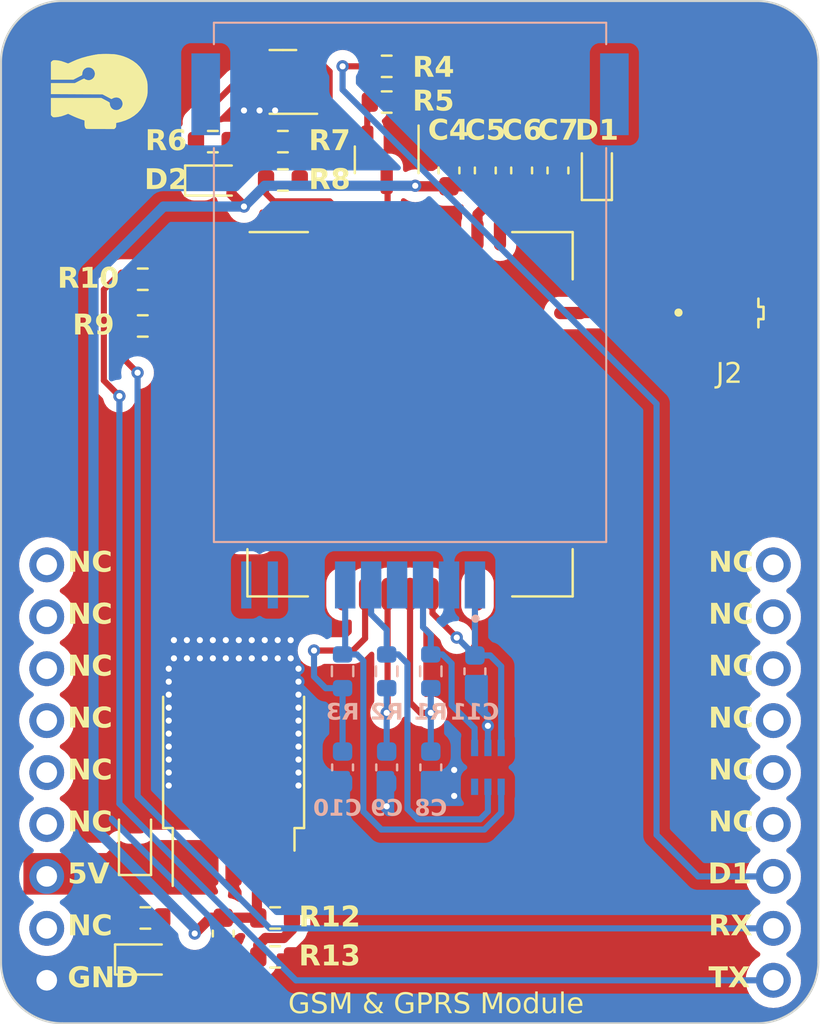
<source format=kicad_pcb>
(kicad_pcb (version 20240108) (generator "pcbnew") (generator_version "8.0")
  (layers (0 "F.Cu" signal) (31 "B.Cu" signal) (34 "B.Paste" user) (35 "F.Paste" user) (36 "B.SilkS" user "B.Silkscreen") (37 "F.SilkS" user "F.Silkscreen") (38 "B.Mask" user) (39 "F.Mask" user) (44 "Edge.Cuts" user))
  (net 0 "")
  (net 1 "+5V")
  (net 2 "GND")
  (net 3 "SIM_RST")
  (net 4 "SIM_CLK")
  (net 5 "SIM_DATA")
  (net 6 "SIM_VCC")
  (net 7 "Net-(D2-K)")
  (net 8 "/CLK_EN")
  (net 9 "/RST_EN")
  (net 10 "/DATA_EN")
  (net 12 "Net-(D4-A)")
  (net 18 "Net-(Q1-B)")
  (net 19 "Net-(Q1-C)")
  (net 20 "Net-(Q2-B)")
  (net 21 "Net-(Q2-C)")
  (net 22 "D1")
  (net 23 "Net-(U1-NETLIGHT)")
  (net 24 "Net-(U1-UART1_RXD)")
  (net 25 "RX")
  (net 26 "Net-(U1-UART1_TXD)")
  (net 27 "TX")
  (net 28 "Net-(U3-ADJ)")
  (net 63 "+4V")
  (net 64 "Net-(U1-GSM_ANT)")
  (footprint "Resistor_SMD:R_0603_1608Metric" (layer "F.Cu") (at 84.328 66.294 180)
    (property "Reference" "R9" (at 2.413 0 0) (layer "F.SilkS") (effects (font (thickness 0.15) (bold yes))))
    (property "Value" "1k")
    (pad "1" smd roundrect (at -0.825 0 180) (size 0.8 0.95) (layers "F.Cu" "F.Paste" "F.Mask") (net 24 "Net-(U1-UART1_RXD)"))
    (pad "2" smd roundrect (at 0.825 0 180) (size 0.8 0.95) (layers "F.Cu" "F.Paste" "F.Mask") (net 25 "RX"))
  )
  (footprint "Diode_SMD:D_0603_1608Metric" (layer "F.Cu") (at 106.553 58.6485 90)
    (property "Reference" "D1" (at 1.8795 0 180) (layer "F.SilkS") (effects (font (thickness 0.15) (bold yes))))
    (property "Value" "5.1V")
    (pad "1" smd roundrect (at -0.7875 0 90) (size 0.875 0.95) (layers "F.Cu" "F.Paste" "F.Mask") (net 63 "+4V"))
    (pad "2" smd roundrect (at 0.7875 0 90) (size 0.875 0.95) (layers "F.Cu" "F.Paste" "F.Mask") (net 2 "GND"))
  )
  (footprint "Resistor_SMD:R_0603_1608Metric" (layer "F.Cu") (at 90.806 97.155)
    (property "Reference" "R13" (at 2.667 0 0) (layer "F.SilkS") (effects (font (thickness 0.15) (bold yes))))
    (property "Value" "100r")
    (pad "1" smd roundrect (at -0.825 0) (size 0.8 0.95) (layers "F.Cu" "F.Paste" "F.Mask") (net 28 "Net-(U3-ADJ)"))
    (pad "2" smd roundrect (at 0.825 0) (size 0.8 0.95) (layers "F.Cu" "F.Paste" "F.Mask") (net 2 "GND"))
  )
  (footprint "Resistor_SMD:R_0603_1608Metric" (layer "F.Cu") (at 96.266 53.594)
    (property "Reference" "R4" (at 2.286 0.097 0) (layer "F.SilkS") (effects (font (thickness 0.15) (bold yes))))
    (property "Value" "4.7k")
    (pad "1" smd roundrect (at -0.825 0) (size 0.8 0.95) (layers "F.Cu" "F.Paste" "F.Mask") (net 22 "D1"))
    (pad "2" smd roundrect (at 0.825 0) (size 0.8 0.95) (layers "F.Cu" "F.Paste" "F.Mask") (net 18 "Net-(Q1-B)"))
  )
  (footprint "LED_SMD:LED_0603_1608Metric" (layer "F.Cu") (at 84.456 97.282)
    (property "Reference" "D4" (hide yes))
    (property "Value" "LED")
    (pad "1" smd roundrect (at -0.7875 0) (size 0.875 0.95) (layers "F.Cu" "F.Paste" "F.Mask") (net 2 "GND"))
    (pad "2" smd roundrect (at 0.7875 0) (size 0.875 0.95) (layers "F.Cu" "F.Paste" "F.Mask") (net 12 "Net-(D4-A)"))
  )
  (footprint "Resistor_SMD:R_0603_1608Metric" (layer "F.Cu") (at 90.806 95.25)
    (property "Reference" "R12" (at 2.667 0 0) (layer "F.SilkS") (effects (font (thickness 0.15) (bold yes))))
    (property "Value" "220r")
    (pad "1" smd roundrect (at -0.825 0) (size 0.8 0.95) (layers "F.Cu" "F.Paste" "F.Mask") (net 63 "+4V"))
    (pad "2" smd roundrect (at 0.825 0) (size 0.8 0.95) (layers "F.Cu" "F.Paste" "F.Mask") (net 28 "Net-(U3-ADJ)"))
  )
  (footprint "Resistor_SMD:R_0603_1608Metric" (layer "F.Cu") (at 91.186 59.152)
    (property "Reference" "R8" (at 2.286 0.03 0) (layer "F.SilkS") (effects (font (thickness 0.15) (bold yes))))
    (property "Value" "4.7k")
    (pad "1" smd roundrect (at -0.825 0) (size 0.8 0.95) (layers "F.Cu" "F.Paste" "F.Mask") (net 23 "Net-(U1-NETLIGHT)"))
    (pad "2" smd roundrect (at 0.825 0) (size 0.8 0.95) (layers "F.Cu" "F.Paste" "F.Mask") (net 20 "Net-(Q2-B)"))
  )
  (footprint "Package_TO_SOT_SMD:SOT-23" (layer "F.Cu") (at 96.266 58.166 -90)
    (property "Reference" "Q1" (hide yes))
    (property "Value" "S8050")
    (pad "1" smd roundrect (at -0.9375 -0.95 270) (size 1.475 0.6) (layers "F.Cu" "F.Paste" "F.Mask") (net 2 "GND"))
    (pad "2" smd roundrect (at -0.9375 0.95 270) (size 1.475 0.6) (layers "F.Cu" "F.Paste" "F.Mask") (net 18 "Net-(Q1-B)"))
    (pad "3" smd roundrect (at 0.9375 0 270) (size 1.475 0.6) (layers "F.Cu" "F.Paste" "F.Mask") (net 19 "Net-(Q1-C)"))
  )
  (footprint "Capacitor_SMD:C_0603_1608Metric" (layer "F.Cu") (at 102.87 58.687 90)
    (property "Reference" "C6" (at 1.918 0.03 180) (layer "F.SilkS") (effects (font (thickness 0.15) (bold yes))))
    (property "Value" "33pF")
    (pad "1" smd roundrect (at -0.775 0 90) (size 0.9 0.95) (layers "F.Cu" "F.Paste" "F.Mask") (net 63 "+4V"))
    (pad "2" smd roundrect (at 0.775 0 90) (size 0.9 0.95) (layers "F.Cu" "F.Paste" "F.Mask") (net 2 "GND"))
  )
  (footprint "RF_GSM:SIMCom_SIM800C" (layer "F.Cu") (at 97.409 70.612)
    (property "Reference" "U1" (hide yes))
    (property "Value" "SIM800C")
    (pad "1" smd oval (at -7.85 -6.05) (size 1.6 0.6) (layers "F.Cu" "F.Mask") (net 26 "Net-(U1-UART1_TXD)"))
    (pad "2" smd oval (at -7.85 -4.95) (size 1.6 0.6) (layers "F.Cu" "F.Mask") (net 24 "Net-(U1-UART1_RXD)"))
    (pad "3" smd oval (at -7.85 -3.85) (size 1.6 0.6) (layers "F.Cu" "F.Mask"))
    (pad "4" smd oval (at -7.85 -2.75) (size 1.6 0.6) (layers "F.Cu" "F.Mask"))
    (pad "5" smd oval (at -7.85 -1.65) (size 1.6 0.6) (layers "F.Cu" "F.Mask"))
    (pad "6" smd oval (at -7.85 -0.55) (size 1.6 0.6) (layers "F.Cu" "F.Mask"))
    (pad "7" smd oval (at -7.85 0.55) (size 1.6 0.6) (layers "F.Cu" "F.Mask"))
    (pad "8" smd oval (at -7.85 1.65) (size 1.6 0.6) (layers "F.Cu" "F.Mask") (net 2 "GND"))
    (pad "9" smd oval (at -7.85 2.75) (size 1.6 0.6) (layers "F.Cu" "F.Mask"))
    (pad "10" smd oval (at -7.85 3.85) (size 1.6 0.6) (layers "F.Cu" "F.Mask"))
    (pad "11" smd oval (at -7.85 4.95) (size 1.6 0.6) (layers "F.Cu" "F.Mask"))
    (pad "12" smd oval (at -7.85 6.05) (size 1.6 0.6) (layers "F.Cu" "F.Mask"))
    (pad "13" smd oval (at -4.4 8.8) (size 0.6 1.6) (layers "F.Cu" "F.Mask") (net 2 "GND"))
    (pad "14" smd oval (at -3.3 8.8) (size 0.6 1.6) (layers "F.Cu" "F.Mask"))
    (pad "15" smd oval (at -2.2 8.8) (size 0.6 1.6) (layers "F.Cu" "F.Mask") (net 5 "SIM_DATA"))
    (pad "16" smd oval (at -1.1 8.8) (size 0.6 1.6) (layers "F.Cu" "F.Mask") (net 4 "SIM_CLK"))
    (pad "17" smd oval (at 0 8.8) (size 0.6 1.6) (layers "F.Cu" "F.Mask") (net 3 "SIM_RST"))
    (pad "18" smd oval (at 1.1 8.8) (size 0.6 1.6) (layers "F.Cu" "F.Mask") (net 6 "SIM_VCC"))
    (pad "19" smd oval (at 2.2 8.8) (size 0.6 1.6) (layers "F.Cu" "F.Mask") (net 2 "GND"))
    (pad "20" smd oval (at 3.3 8.8) (size 0.6 1.6) (layers "F.Cu" "F.Mask"))
    (pad "21" smd oval (at 4.4 8.8) (size 0.6 1.6) (layers "F.Cu" "F.Mask") (net 2 "GND"))
    (pad "22" smd oval (at 7.85 6.05) (size 1.6 0.6) (layers "F.Cu" "F.Mask"))
    (pad "23" smd oval (at 7.85 4.95) (size 1.6 0.6) (layers "F.Cu" "F.Mask"))
    (pad "24" smd oval (at 7.85 3.85) (size 1.6 0.6) (layers "F.Cu" "F.Mask"))
    (pad "25" smd oval (at 7.85 2.75) (size 1.6 0.6) (layers "F.Cu" "F.Mask"))
    (pad "26" smd oval (at 7.85 1.65) (size 1.6 0.6) (layers "F.Cu" "F.Mask"))
    (pad "27" smd oval (at 7.85 0.55) (size 1.6 0.6) (layers "F.Cu" "F.Mask") (net 2 "GND"))
    (pad "28" smd oval (at 7.85 -0.55) (size 1.6 0.6) (layers "F.Cu" "F.Mask"))
    (pad "29" smd oval (at 7.85 -1.65) (size 1.6 0.6) (layers "F.Cu" "F.Mask"))
    (pad "30" smd oval (at 7.85 -2.75) (size 1.6 0.6) (layers "F.Cu" "F.Mask") (net 2 "GND"))
    (pad "31" smd oval (at 7.85 -3.85) (size 1.6 0.6) (layers "F.Cu" "F.Mask") (net 2 "GND"))
    (pad "32" smd oval (at 7.85 -4.95) (size 1.6 0.6) (layers "F.Cu" "F.Mask") (net 64 "Net-(U1-GSM_ANT)"))
    (pad "33" smd oval (at 7.85 -6.05) (size 1.6 0.6) (layers "F.Cu" "F.Mask") (net 2 "GND"))
    (pad "34" smd oval (at 4.4 -8.8) (size 0.6 1.6) (layers "F.Cu" "F.Mask") (net 63 "+4V"))
    (pad "35" smd oval (at 3.3 -8.8) (size 0.6 1.6) (layers "F.Cu" "F.Mask") (net 63 "+4V"))
    (pad "36" smd oval (at 2.2 -8.8) (size 0.6 1.6) (layers "F.Cu" "F.Mask") (net 2 "GND"))
    (pad "37" smd oval (at 1.1 -8.8) (size 0.6 1.6) (layers "F.Cu" "F.Mask") (net 2 "GND"))
    (pad "38" smd oval (at 0 -8.8) (size 0.6 1.6) (layers "F.Cu" "F.Mask"))
    (pad "39" smd oval (at -1.1 -8.8) (size 0.6 1.6) (layers "F.Cu" "F.Mask") (net 19 "Net-(Q1-C)"))
    (pad "40" smd oval (at -2.2 -8.8) (size 0.6 1.6) (layers "F.Cu" "F.Mask"))
    (pad "41" smd oval (at -3.3 -8.8) (size 0.6 1.6) (layers "F.Cu" "F.Mask") (net 23 "Net-(U1-NETLIGHT)"))
    (pad "42" smd oval (at -4.4 -8.8) (size 0.6 1.6) (layers "F.Cu" "F.Mask"))
  )
  (footprint "Capacitor_SMD:C_0603_1608Metric" (layer "F.Cu") (at 104.648 58.687 90)
    (property "Reference" "C7" (at 1.918 0.0092 180) (layer "F.SilkS") (effects (font (thickness 0.15) (bold yes))))
    (property "Value" "10pF")
    (pad "1" smd roundrect (at -0.775 0 90) (size 0.9 0.95) (layers "F.Cu" "F.Paste" "F.Mask") (net 63 "+4V"))
    (pad "2" smd roundrect (at 0.775 0 90) (size 0.9 0.95) (layers "F.Cu" "F.Paste" "F.Mask") (net 2 "GND"))
  )
  (footprint "Resistor_SMD:R_0603_1608Metric" (layer "F.Cu") (at 91.186 57.277)
    (property "Reference" "R7" (at 2.286 0 0) (layer "F.SilkS") (effects (font (thickness 0.15) (bold yes))))
    (property "Value" "44.2k")
    (pad "1" smd roundrect (at -0.825 0) (size 0.8 0.95) (layers "F.Cu" "F.Paste" "F.Mask") (net 2 "GND"))
    (pad "2" smd roundrect (at 0.825 0) (size 0.8 0.95) (layers "F.Cu" "F.Paste" "F.Mask") (net 20 "Net-(Q2-B)"))
  )
  (footprint "Package_TO_SOT_SMD:SOT-23" (layer "F.Cu") (at 91.186 54.356 180)
    (property "Reference" "Q2" (hide yes))
    (property "Value" "S8050")
    (pad "1" smd roundrect (at -0.9375 -0.95 180) (size 1.475 0.6) (layers "F.Cu" "F.Paste" "F.Mask") (net 2 "GND"))
    (pad "2" smd roundrect (at -0.9375 0.95 180) (size 1.475 0.6) (layers "F.Cu" "F.Paste" "F.Mask") (net 20 "Net-(Q2-B)"))
    (pad "3" smd roundrect (at 0.9375 0 180) (size 1.475 0.6) (layers "F.Cu" "F.Paste" "F.Mask") (net 21 "Net-(Q2-C)"))
  )
  (footprint "Resistor_SMD:R_0603_1608Metric" (layer "F.Cu") (at 84.456 95.25)
    (property "Reference" "R11" (hide yes))
    (property "Value" "R")
    (pad "1" smd roundrect (at -0.825 0) (size 0.8 0.95) (layers "F.Cu" "F.Paste" "F.Mask") (net 1 "+5V"))
    (pad "2" smd roundrect (at 0.825 0) (size 0.8 0.95) (layers "F.Cu" "F.Paste" "F.Mask") (net 12 "Net-(D4-A)"))
  )
  (footprint "Capacitor_Tantalum_SMD:CP_EIA-2012-12_Kemet-R" (layer "F.Cu") (at 83.948 91.44 90)
    (property "Reference" "C1" (hide yes))
    (property "Value" "10uF")
    (pad "1" smd roundrect (at -0.8875 0 90) (size 1.125 1.05) (layers "F.Cu" "F.Paste" "F.Mask") (roundrect_rratio 0.238095) (net 1 "+5V"))
    (pad "2" smd roundrect (at 0.8875 0 90) (size 1.125 1.05) (layers "F.Cu" "F.Paste" "F.Mask") (roundrect_rratio 0.238095) (net 2 "GND"))
  )
  (footprint "L-KLS1-IPEX-20279-001E-0:L-KLS1-IPEX-20279-001E-0" (layer "F.Cu") (at 113.158 65.659 180)
    (property "Reference" "J2" (at 0.12855 -3.00313 0) (layer "F.SilkS"))
    (property "Value" "20279-001E-01")
    (pad "1" smd rect (at 1.525 0 180) (size 1.05 1) (layers "F.Cu" "F.Paste" "F.Mask") (net 64 "Net-(U1-GSM_ANT)"))
    (pad "2" smd rect (at 0 -1.475 180) (size 2.2 1.05) (layers "F.Cu" "F.Paste" "F.Mask") (net 2 "GND"))
    (pad "3" smd rect (at 0 1.475 180) (size 2.2 1.05) (layers "F.Cu" "F.Paste" "F.Mask") (net 2 "GND"))
    (zone (net 0) (net_name "") (layer "F.Cu") (connect_pads (clearance 0)) (min_thickness 0.01)
      (keepout (tracks not_allowed) (vias not_allowed) (pads not_allowed) (copperpour not_allowed) (footprints allowed))
      (fill (thermal_gap 0.508) (thermal_bridge_width 0.508))
      (polygon (pts (xy 114.258 66.609) (xy 112.158 66.609) (xy 112.158 64.709) (xy 114.258 64.709)))
    )
  )
  (footprint "Resistor_SMD:R_0603_1608Metric" (layer "F.Cu") (at 96.266 55.342)
    (property "Reference" "R5" (at 2.286 0 0) (layer "F.SilkS") (effects (font (thickness 0.15) (bold yes))))
    (property "Value" "44.2k")
    (pad "1" smd roundrect (at -0.825 0) (size 0.8 0.95) (layers "F.Cu" "F.Paste" "F.Mask") (net 18 "Net-(Q1-B)"))
    (pad "2" smd roundrect (at 0.825 0) (size 0.8 0.95) (layers "F.Cu" "F.Paste" "F.Mask") (net 2 "GND"))
  )
  (footprint "Capacitor_SMD:C_0603_1608Metric" (layer "F.Cu") (at 101.092 58.687 90)
    (property "Reference" "C5" (at 1.918 0 180) (layer "F.SilkS") (effects (font (thickness 0.15) (bold yes))))
    (property "Value" "100nF")
    (pad "1" smd roundrect (at -0.775 0 90) (size 0.9 0.95) (layers "F.Cu" "F.Paste" "F.Mask") (net 63 "+4V"))
    (pad "2" smd roundrect (at 0.775 0 90) (size 0.9 0.95) (layers "F.Cu" "F.Paste" "F.Mask") (net 2 "GND"))
  )
  (footprint "air_module:air__module" (layer "F.Cu") (at 98.589246 94.458478)
    (property "Reference" "U2" (hide yes))
    (property "Value" "~")
    (fp_line (start -21.19868 2.94132) (end -21.19868 -41.05868) (stroke (width 0.1)) (layer "Edge.Cuts"))
    (fp_line (start -18.19868 -44.05868) (end 15.80132 -44.05868) (stroke (width 0.1)) (layer "Edge.Cuts"))
    (fp_line (start 15.80132 5.94132) (end -18.19868 5.94132) (stroke (width 0.1)) (layer "Edge.Cuts"))
    (fp_line (start 18.80132 -41.05868) (end 18.80132 2.94132) (stroke (width 0.1)) (layer "Edge.Cuts"))
    (fp_arc (start -21.19868 -41.05868) (mid -20.32 -43.18) (end -18.19868 -44.05868) (stroke (width 0.1)) (layer "Edge.Cuts"))
    (fp_arc (start -18.19868 5.94132) (mid -20.32 5.06264) (end -21.19868 2.94132) (stroke (width 0.1)) (layer "Edge.Cuts"))
    (fp_arc (start 15.80132 -44.05868) (mid 17.922626 -43.179986) (end 18.80132 -41.05868) (stroke (width 0.1)) (layer "Edge.Cuts"))
    (fp_arc (start 18.80132 2.94132) (mid 17.92264 5.06264) (end 15.80132 5.94132) (stroke (width 0.1)) (layer "Edge.Cuts"))
    (fp_text user "5V" (at -17.944246 -0.732478 0) (layer "F.SilkS") (effects (font (thickness 0.2) (bold yes)) (justify left bottom)))
    (fp_text user "NC" (at -17.944246 -5.812478 0) (layer "F.SilkS") (effects (font (thickness 0.2) (bold yes)) (justify left bottom)))
    (fp_text user "NC" (at 13.424754 -10.892478 0) (layer "F.SilkS") (effects (font (thickness 0.2) (bold yes)) (justify left bottom)))
    (fp_text user "NC" (at -17.944246 -8.352478 0) (layer "F.SilkS") (effects (font (thickness 0.2) (bold yes)) (justify left bottom)))
    (fp_text user "NC" (at -17.944246 1.807522 0) (layer "F.SilkS") (effects (font (thickness 0.2) (bold yes)) (justify left bottom)))
    (fp_text user "NC" (at 13.424754 -13.432478 0) (layer "F.SilkS") (effects (font (thickness 0.2) (bold yes)) (justify left bottom)))
    (fp_text user "NC" (at -17.944246 -13.432478 0) (layer "F.SilkS") (effects (font (thickness 0.2) (bold yes)) (justify left bottom)))
    (fp_text user "D1" (at 13.39612 -0.732478 0) (layer "F.SilkS") (effects (font (thickness 0.2) (bold yes)) (justify left bottom)))
    (fp_text user "GSM & GPRS Module" (at -7.149246 5.617522 0) (layer "F.SilkS") (effects (font (thickness 0.1)) (justify left bottom)))
    (fp_text user "RX" (at 13.424754 1.807522 0) (layer "F.SilkS") (effects (font (thickness 0.2) (bold yes)) (justify left bottom)))
    (fp_text user "NC" (at -17.944246 -8.352478 0) (layer "F.SilkS") (effects (font (thickness 0.2) (bold yes)) (justify left bottom)))
    (fp_text user "NC" (at -17.944246 -13.432478 0) (layer "F.SilkS") (effects (font (thickness 0.2) (bold yes)) (justify left bottom)))
    (fp_text user "NC" (at 13.424754 -15.972478 0) (layer "F.SilkS") (effects (font (thickness 0.2) (bold yes)) (justify left bottom)))
    (fp_text user "NC" (at 13.424754 -5.812478 0) (layer "F.SilkS") (effects (font (thickness 0.2) (bold yes)) (justify left bottom)))
    (fp_text user "TX" (at 13.424754 4.347522 0) (layer "F.SilkS") (effects (font (thickness 0.2) (bold yes)) (justify left bottom)))
    (fp_text user "NC" (at -17.944246 -10.892478 0) (layer "F.SilkS") (effects (font (thickness 0.2) (bold yes)) (justify left bottom)))
    (fp_text user "NC" (at 13.424754 -8.352478 0) (layer "F.SilkS") (effects (font (thickness 0.2) (bold yes)) (justify left bottom)))
    (fp_text user "GND" (at -17.944246 4.347522 0) (layer "F.SilkS") (effects (font (thickness 0.2) (bold yes)) (justify left bottom)))
    (fp_text user "NC" (at 13.424754 -3.272478 0) (layer "F.SilkS") (effects (font (thickness 0.2) (bold yes)) (justify left bottom)))
    (fp_text user "NC" (at -17.944246 -3.272478 0) (layer "F.SilkS") (effects (font (thickness 0.2) (bold yes)) (justify left bottom)))
    (fp_text user "NC" (at -17.944246 -10.892478 0) (layer "F.SilkS") (effects (font (thickness 0.2) (bold yes)) (justify left bottom)))
    (fp_text user "NC" (at -17.944246 -15.972478 0) (layer "F.SilkS") (effects (font (thickness 0.2) (bold yes)) (justify left bottom)))
    (pad "1" thru_hole oval (at -18.960246 -16.480478) (size 1.7 1.7) (drill 1) (layers "*.Cu" "*.Mask"))
    (pad "1" thru_hole oval (at -18.960246 -16.480478) (size 1.7 1.7) (drill 1) (layers "*.Cu" "*.Mask"))
    (pad "2" thru_hole oval (at -18.960246 -13.940478) (size 1.7 1.7) (drill 1) (layers "*.Cu" "*.Mask"))
    (pad "2" thru_hole oval (at -18.960246 -13.940478) (size 1.7 1.7) (drill 1) (layers "*.Cu" "*.Mask"))
    (pad "3" thru_hole oval (at -18.960246 -11.400478) (size 1.7 1.7) (drill 1) (layers "*.Cu" "*.Mask"))
    (pad "3" thru_hole oval (at -18.960246 -11.400478) (size 1.7 1.7) (drill 1) (layers "*.Cu" "*.Mask"))
    (pad "4" thru_hole oval (at -18.960246 -8.860478) (size 1.7 1.7) (drill 1) (layers "*.Cu" "*.Mask"))
    (pad "4" thru_hole oval (at -18.960246 -8.860478) (size 1.7 1.7) (drill 1) (layers "*.Cu" "*.Mask"))
    (pad "5" thru_hole oval (at -18.960246 -6.320478) (size 1.7 1.7) (drill 1) (layers "*.Cu" "*.Mask"))
    (pad "5" thru_hole oval (at -18.960246 -6.320478) (size 1.7 1.7) (drill 1) (layers "*.Cu" "*.Mask"))
    (pad "6" thru_hole oval (at -18.960246 -3.780478) (size 1.7 1.7) (drill 1) (layers "*.Cu" "*.Mask"))
    (pad "6" thru_hole oval (at -18.960246 -3.780478) (size 1.7 1.7) (drill 1) (layers "*.Cu" "*.Mask"))
    (pad "7" thru_hole oval (at -18.960246 -1.240478) (size 1.7 1.7) (drill 1) (layers "*.Cu" "*.Mask") (net 1 "+5V"))
    (pad "7" thru_hole oval (at -18.960246 -1.240478) (size 1.7 1.7) (drill 1) (layers "*.Cu" "*.Mask") (net 1 "+5V"))
    (pad "8" thru_hole oval (at -18.960246 1.299522) (size 1.7 1.7) (drill 1) (layers "*.Cu" "*.Mask"))
    (pad "8" thru_hole oval (at -18.960246 1.299522) (size 1.7 1.7) (drill 1) (layers "*.Cu" "*.Mask"))
    (pad "9" thru_hole oval (at -18.960246 3.839522) (size 1.7 1.7) (drill 1) (layers "*.Cu" "*.Mask") (net 2 "GND"))
    (pad "9" thru_hole oval (at -18.960246 3.839522) (size 1.7 1.7) (drill 1) (layers "*.Cu" "*.Mask") (net 2 "GND"))
    (pad "10" thru_hole oval (at 16.599754 3.839522) (size 1.7 1.7) (drill 1) (layers "*.Cu" "*.Mask") (net 27 "TX"))
    (pad "10" thru_hole oval (at 16.599754 3.839522) (size 1.7 1.7) (drill 1) (layers "*.Cu" "*.Mask") (net 27 "TX"))
    (pad "11" thru_hole oval (at 16.599754 1.299522) (size 1.7 1.7) (drill 1) (layers "*.Cu" "*.Mask") (net 25 "RX"))
    (pad "11" thru_hole oval (at 16.599754 1.299522) (size 1.7 1.7) (drill 1) (layers "*.Cu" "*.Mask") (net 25 "RX"))
    (pad "12" thru_hole oval (at 16.599754 -1.240478) (size 1.7 1.7) (drill 1) (layers "*.Cu" "*.Mask") (net 22 "D1"))
    (pad "12" thru_hole oval (at 16.599754 -1.240478) (size 1.7 1.7) (drill 1) (layers "*.Cu" "*.Mask") (net 22 "D1"))
    (pad "13" thru_hole oval (at 16.599754 -3.780478) (size 1.7 1.7) (drill 1) (layers "*.Cu" "*.Mask"))
    (pad "13" thru_hole oval (at 16.599754 -3.780478) (size 1.7 1.7) (drill 1) (layers "*.Cu" "*.Mask"))
    (pad "14" thru_hole oval (at 16.599754 -6.320478) (size 1.7 1.7) (drill 1) (layers "*.Cu" "*.Mask"))
    (pad "14" thru_hole oval (at 16.599754 -6.320478) (size 1.7 1.7) (drill 1) (layers "*.Cu" "*.Mask"))
    (pad "15" thru_hole oval (at 16.599754 -8.860478) (size 1.7 1.7) (drill 1) (layers "*.Cu" "*.Mask"))
    (pad "15" thru_hole oval (at 16.599754 -8.860478) (size 1.7 1.7) (drill 1) (layers "*.Cu" "*.Mask"))
    (pad "16" thru_hole oval (at 16.599754 -11.400478) (size 1.7 1.7) (drill 1) (layers "*.Cu" "*.Mask"))
    (pad "16" thru_hole oval (at 16.599754 -11.400478) (size 1.7 1.7) (drill 1) (layers "*.Cu" "*.Mask"))
    (pad "17" thru_hole oval (at 16.599754 -13.940478) (size 1.7 1.7) (drill 1) (layers "*.Cu" "*.Mask"))
    (pad "17" thru_hole oval (at 16.599754 -13.940478) (size 1.7 1.7) (drill 1) (layers "*.Cu" "*.Mask"))
    (pad "18" thru_hole oval (at 16.599754 -16.480478) (size 1.7 1.7) (drill 1) (layers "*.Cu" "*.Mask"))
    (pad "18" thru_hole oval (at 16.599754 -16.480478) (size 1.7 1.7) (drill 1) (layers "*.Cu" "*.Mask"))
  )
  (footprint "Capacitor_SMD:C_0603_1608Metric" (layer "F.Cu") (at 99.314 58.687 90)
    (property "Reference" "C4" (at 1.918 -0.03 180) (layer "F.SilkS") (effects (font (thickness 0.15) (bold yes))))
    (property "Value" "47uF")
    (pad "1" smd roundrect (at -0.775 0 90) (size 0.9 0.95) (layers "F.Cu" "F.Paste" "F.Mask") (net 63 "+4V"))
    (pad "2" smd roundrect (at 0.775 0 90) (size 0.9 0.95) (layers "F.Cu" "F.Paste" "F.Mask") (net 2 "GND"))
  )
  (footprint "Resistor_SMD:R_0603_1608Metric" (layer "F.Cu") (at 87.757 57.277)
    (property "Reference" "R6" (at -2.286 0 0) (layer "F.SilkS") (effects (font (thickness 0.15) (bold yes))))
    (property "Value" "2k")
    (pad "1" smd roundrect (at -0.825 0) (size 0.8 0.95) (layers "F.Cu" "F.Paste" "F.Mask") (net 21 "Net-(Q2-C)"))
    (pad "2" smd roundrect (at 0.825 0) (size 0.8 0.95) (layers "F.Cu" "F.Paste" "F.Mask") (net 7 "Net-(D2-K)"))
  )
  (footprint "Package_TO_SOT_SMD:TO-252-5_TabPin3" (layer "F.Cu") (at 88.774 87.543 90)
    (property "Reference" "U3" (hide yes))
    (property "Value" "MIC29302AWD")
    (pad "1" smd roundrect (at -5.04 -2.28 90) (size 2.2 0.8) (layers "F.Cu" "F.Paste" "F.Mask") (net 1 "+5V"))
    (pad "2" smd roundrect (at -5.04 -1.14 90) (size 2.2 0.8) (layers "F.Cu" "F.Paste" "F.Mask") (net 1 "+5V"))
    (pad "3" smd roundrect (at -5.04 0 90) (size 2.2 0.8) (layers "F.Cu" "F.Paste" "F.Mask") (net 2 "GND"))
    (pad "3" smd roundrect (at -0.415 -1.525 90) (size 3.05 2.75) (layers "F.Cu" "F.Paste") (roundrect_rratio 0.090909) (net 2 "GND"))
    (pad "3" smd roundrect (at -0.415 1.525 90) (size 3.05 2.75) (layers "F.Cu" "F.Paste") (roundrect_rratio 0.090909) (net 2 "GND"))
    (pad "3" smd roundrect (at 1.26 0 90) (size 6.4 5.8) (layers "F.Cu" "F.Mask") (roundrect_rratio 0.043103) (net 2 "GND"))
    (pad "3" smd roundrect (at 2.935 -1.525 90) (size 3.05 2.75) (layers "F.Cu" "F.Paste") (roundrect_rratio 0.090909) (net 2 "GND"))
    (pad "3" smd roundrect (at 2.935 1.525 90) (size 3.05 2.75) (layers "F.Cu" "F.Paste") (roundrect_rratio 0.090909) (net 2 "GND"))
    (pad "4" smd roundrect (at -5.04 1.14 90) (size 2.2 0.8) (layers "F.Cu" "F.Paste" "F.Mask") (net 63 "+4V"))
    (pad "5" smd roundrect (at -5.04 2.28 90) (size 2.2 0.8) (layers "F.Cu" "F.Paste" "F.Mask") (net 28 "Net-(U3-ADJ)"))
  )
  (footprint "Resistor_SMD:R_0603_1608Metric" (layer "F.Cu") (at 84.328 64.008 180)
    (property "Reference" "R10" (at 2.667 0 0) (layer "F.SilkS") (effects (font (thickness 0.15) (bold yes))))
    (property "Value" "1k")
    (pad "1" smd roundrect (at -0.825 0 180) (size 0.8 0.95) (layers "F.Cu" "F.Paste" "F.Mask") (net 26 "Net-(U1-UART1_TXD)"))
    (pad "2" smd roundrect (at 0.825 0 180) (size 0.8 0.95) (layers "F.Cu" "F.Paste" "F.Mask") (net 27 "TX"))
  )
  (footprint "LED_SMD:LED_0603_1608Metric" (layer "F.Cu") (at 87.884 59.182)
    (property "Reference" "D2" (at -2.413 0 0) (layer "F.SilkS") (effects (font (thickness 0.15) (bold yes))))
    (property "Value" "LED")
    (pad "1" smd roundrect (at -0.7875 0) (size 0.875 0.95) (layers "F.Cu" "F.Paste" "F.Mask") (net 7 "Net-(D2-K)"))
    (pad "2" smd roundrect (at 0.7875 0) (size 0.875 0.95) (layers "F.Cu" "F.Paste" "F.Mask") (net 63 "+4V"))
  )
  (footprint "Capacitor_SMD:C_0603_1608Metric" (layer "F.Cu") (at 88.266 96.012 -90)
    (property "Reference" "C2" (hide yes))
    (property "Value" "22uF")
    (pad "1" smd roundrect (at -0.775 0 270) (size 0.9 0.95) (layers "F.Cu" "F.Paste" "F.Mask") (net 63 "+4V"))
    (pad "2" smd roundrect (at 0.775 0 270) (size 0.9 0.95) (layers "F.Cu" "F.Paste" "F.Mask") (net 2 "GND"))
  )
  (footprint "Resistor_SMD:R_0603_1608Metric" (layer "B.Cu") (at 98.425 83.185 90)
    (property "Reference" "R1" (at -2.032 0 180) (layer "B.SilkS") (effects (font (size 0.8 0.8) (thickness 0.15) (bold yes)) (justify mirror)))
    (property "Value" "51r")
    (pad "1" smd roundrect (at -0.825 0 90) (size 0.8 0.95) (layers "B.Cu" "B.Paste" "B.Mask") (net 3 "SIM_RST"))
    (pad "2" smd roundrect (at 0.825 0 90) (size 0.8 0.95) (layers "B.Cu" "B.Paste" "B.Mask") (net 9 "/RST_EN"))
  )
  (footprint "Capacitor_SMD:C_0603_1608Metric" (layer "B.Cu") (at 96.266 87.884 -90)
    (property "Reference" "C9" (at 2.032 0 180) (layer "B.SilkS") (effects (font (size 0.8 0.8) (thickness 0.15) (bold yes)) (justify mirror)))
    (property "Value" "22pF")
    (pad "1" smd roundrect (at -0.775 0 270) (size 0.9 0.95) (layers "B.Cu" "B.Paste" "B.Mask") (net 4 "SIM_CLK"))
    (pad "2" smd roundrect (at 0.775 0 270) (size 0.9 0.95) (layers "B.Cu" "B.Paste" "B.Mask") (net 2 "GND"))
  )
  (footprint "Resistor_SMD:R_0603_1608Metric" (layer "B.Cu") (at 96.266 83.185 90)
    (property "Reference" "R2" (at -2.032 0 0) (layer "B.SilkS") (effects (font (size 0.8 0.8) (thickness 0.15) (bold yes)) (justify mirror)))
    (property "Value" "51r")
    (pad "1" smd roundrect (at -0.825 0 90) (size 0.8 0.95) (layers "B.Cu" "B.Paste" "B.Mask") (net 4 "SIM_CLK"))
    (pad "2" smd roundrect (at 0.825 0 90) (size 0.8 0.95) (layers "B.Cu" "B.Paste" "B.Mask") (net 8 "/CLK_EN"))
  )
  (footprint "Capacitor_SMD:C_0603_1608Metric" (layer "B.Cu") (at 94.107 87.884 -90)
    (property "Reference" "C10" (at 2.032 0.253 180) (layer "B.SilkS") (effects (font (size 0.8 0.8) (thickness 0.15) (bold yes)) (justify mirror)))
    (property "Value" "22pF")
    (pad "1" smd roundrect (at -0.775 0 270) (size 0.9 0.95) (layers "B.Cu" "B.Paste" "B.Mask") (net 5 "SIM_DATA"))
    (pad "2" smd roundrect (at 0.775 0 270) (size 0.9 0.95) (layers "B.Cu" "B.Paste" "B.Mask") (net 2 "GND"))
  )
  (footprint "Capacitor_SMD:C_0603_1608Metric" (layer "B.Cu") (at 100.584 83.185 -90)
    (property "Reference" "C11" (at 2.032 0 180) (layer "B.SilkS") (effects (font (size 0.8 0.8) (thickness 0.15) (bold yes)) (justify mirror)))
    (property "Value" "0.1uF")
    (pad "1" smd roundrect (at -0.775 0 270) (size 0.9 0.95) (layers "B.Cu" "B.Paste" "B.Mask") (net 6 "SIM_VCC"))
    (pad "2" smd roundrect (at 0.775 0 270) (size 0.9 0.95) (layers "B.Cu" "B.Paste" "B.Mask") (net 2 "GND"))
  )
  (footprint "SMF05C:SC70-6" (layer "B.Cu") (at 101.219 87.884)
    (property "Reference" "D3" (hide yes))
    (property "Value" "SMF05C")
    (pad "1" smd rect (at -0.65 -0.95) (size 0.35 0.8) (layers "B.Cu") (net 9 "/RST_EN"))
    (pad "2" smd rect (at 0 -0.95) (size 0.35 0.8) (layers "B.Cu") (net 2 "GND"))
    (pad "3" smd rect (at 0.65 -0.95) (size 0.35 0.8) (layers "B.Cu") (net 6 "SIM_VCC"))
    (pad "4" smd rect (at 0.65 0.95) (size 0.35 0.8) (layers "B.Cu") (net 10 "/DATA_EN"))
    (pad "5" smd rect (at 0 0.95) (size 0.35 0.8) (layers "B.Cu") (net 8 "/CLK_EN"))
    (pad "6" smd rect (at -0.65 0.95) (size 0.35 0.8) (layers "B.Cu"))
  )
  (footprint "Resistor_SMD:R_0603_1608Metric" (layer "B.Cu") (at 94.107 83.185 90)
    (property "Reference" "R3" (at -2.032 0 0) (layer "B.SilkS") (effects (font (size 0.8 0.8) (thickness 0.15) (bold yes)) (justify mirror)))
    (property "Value" "51r")
    (pad "1" smd roundrect (at -0.825 0 90) (size 0.8 0.95) (layers "B.Cu" "B.Paste" "B.Mask") (net 5 "SIM_DATA"))
    (pad "2" smd roundrect (at 0.825 0 90) (size 0.8 0.95) (layers "B.Cu" "B.Paste" "B.Mask") (net 10 "/DATA_EN"))
  )
  (footprint "sim:LKLS1SIM06462PH185R" (layer "B.Cu") (at 97.409 65.211)
    (property "Reference" "J1" (hide yes))
    (property "Value" "sim" (hide yes))
    (pad "C1" smd rect (at 3.175 13.75) (size 1 2.3) (layers "B.Cu" "B.Paste" "B.Mask") (net 6 "SIM_VCC"))
    (pad "C2" smd rect (at 0.635 13.75) (size 1 2.3) (layers "B.Cu" "B.Paste" "B.Mask") (net 9 "/RST_EN"))
    (pad "C3" smd rect (at -1.905 13.75) (size 1 2.3) (layers "B.Cu" "B.Paste" "B.Mask") (net 8 "/CLK_EN"))
    (pad "C5" smd rect (at 1.905 13.75) (size 1 2.3) (layers "B.Cu" "B.Paste" "B.Mask") (net 2 "GND"))
    (pad "C6" smd rect (at -0.635 13.75) (size 1 2.3) (layers "B.Cu" "B.Paste" "B.Mask"))
    (pad "C7" smd rect (at -3.175 13.75) (size 1 2.3) (layers "B.Cu" "B.Paste" "B.Mask") (net 10 "/DATA_EN"))
    (pad "MP1" smd rect (at -10 -10.25) (size 1.4 4) (layers "B.Cu" "B.Paste" "B.Mask"))
    (pad "MP2" smd rect (at 10 -10.25) (size 1.4 4) (layers "B.Cu" "B.Paste" "B.Mask"))
    (pad "SW1" smd rect (at -6.715 13.75) (size 0.5 2.3) (layers "B.Cu" "B.Paste" "B.Mask"))
    (pad "SW2" smd rect (at -8.015 13.75) (size 0.5 2.3) (layers "B.Cu" "B.Paste" "B.Mask"))
  )
  (footprint "Capacitor_SMD:C_0603_1608Metric" (layer "B.Cu") (at 98.425 87.884 -90)
    (property "Reference" "C8" (at 2.032 0 180) (layer "B.SilkS") (effects (font (size 0.8 0.8) (thickness 0.15) (bold yes)) (justify mirror)))
    (property "Value" "22pF")
    (pad "1" smd roundrect (at -0.775 0 270) (size 0.9 0.95) (layers "B.Cu" "B.Paste" "B.Mask") (net 3 "SIM_RST"))
    (pad "2" smd roundrect (at 0.775 0 270) (size 0.9 0.95) (layers "B.Cu" "B.Paste" "B.Mask") (net 2 "GND"))
  )
  (segment (start 83.884 93.79) (end 83.82 93.726) (width 0.5) (layer "F.Cu") (net 1))
  (segment (start 83.884 95.25) (end 83.884 93.79) (width 0.5) (layer "F.Cu") (net 1))
  (via (at 86.488 82.55) (size 0.6) (drill 0.3) (layers "F.Cu" "B.Cu") (net 2))
  (via (at 85.599 83.058) (size 0.6) (drill 0.3) (layers "F.Cu" "B.Cu") (net 2))
  (via (at 91.568 82.55) (size 0.6) (drill 0.3) (layers "F.Cu" "B.Cu") (net 2))
  (via (at 99.568 89.281) (size 0.6) (drill 0.3) (layers "F.Cu" "B.Cu") (net 2))
  (via (at 101.219 85.852) (size 0.6) (drill 0.3) (layers "F.Cu" "B.Cu") (net 2))
  (via (at 91.949 87.503) (size 0.6) (drill 0.3) (layers "F.Cu" "B.Cu") (net 2))
  (via (at 99.568 88.011) (size 0.6) (drill 0.3) (layers "F.Cu" "B.Cu") (net 2))
  (via (at 90.932 81.661) (size 0.6) (drill 0.3) (layers "F.Cu" "B.Cu") (net 2))
  (via (at 85.853 82.55) (size 0.6) (drill 0.3) (layers "F.Cu" "B.Cu") (net 2))
  (via (at 91.949 84.963) (size 0.6) (drill 0.3) (layers "F.Cu" "B.Cu") (net 2))
  (via (at 85.599 85.598) (size 0.6) (drill 0.3) (layers "F.Cu" "B.Cu") (net 2))
  (via (at 96.266 89.789) (size 0.6) (drill 0.3) (layers "F.Cu" "B.Cu") (net 2))
  (via (at 91.949 83.693) (size 0.6) (drill 0.3) (layers "F.Cu" "B.Cu") (net 2))
  (via (at 89.027 81.661) (size 0.6) (drill 0.3) (layers "F.Cu" "B.Cu") (net 2))
  (via (at 90.933 82.55) (size 0.6) (drill 0.3) (layers "F.Cu" "B.Cu") (net 2))
  (via (at 89.662 81.661) (size 0.6) (drill 0.3) (layers "F.Cu" "B.Cu") (net 2))
  (via (at 91.949 88.773) (size 0.6) (drill 0.3) (layers "F.Cu" "B.Cu") (net 2))
  (via (at 91.567 81.661) (size 0.6) (drill 0.3) (layers "F.Cu" "B.Cu") (net 2))
  (via (at 91.949 86.868) (size 0.6) (drill 0.3) (layers "F.Cu" "B.Cu") (net 2))
  (via (at 87.123 82.55) (size 0.6) (drill 0.3) (layers "F.Cu" "B.Cu") (net 2))
  (via (at 91.949 85.598) (size 0.6) (drill 0.3) (layers "F.Cu" "B.Cu") (net 2))
  (via (at 91.949 86.233) (size 0.6) (drill 0.3) (layers "F.Cu" "B.Cu") (net 2))
  (via (at 89.281 55.753) (size 0.6) (drill 0.3) (layers "F.Cu" "B.Cu") (net 2))
  (via (at 90.805 55.753) (size 0.6) (drill 0.3) (layers "F.Cu" "B.Cu") (net 2))
  (via (at 87.758 82.55) (size 0.6) (drill 0.3) (layers "F.Cu" "B.Cu") (net 2))
  (via (at 85.599 87.503) (size 0.6) (drill 0.3) (layers "F.Cu" "B.Cu") (net 2))
  (via (at 85.599 88.138) (size 0.6) (drill 0.3) (layers "F.Cu" "B.Cu") (net 2))
  (via (at 85.599 84.963) (size 0.6) (drill 0.3) (layers "F.Cu" "B.Cu") (net 2))
  (via (at 91.949 84.328) (size 0.6) (drill 0.3) (layers "F.Cu" "B.Cu") (net 2))
  (via (at 85.599 83.693) (size 0.6) (drill 0.3) (layers "F.Cu" "B.Cu") (net 2))
  (via (at 88.392 81.661) (size 0.6) (drill 0.3) (layers "F.Cu" "B.Cu") (net 2))
  (via (at 90.298 82.55) (size 0.6) (drill 0.3) (layers "F.Cu" "B.Cu") (net 2))
  (via (at 85.599 88.773) (size 0.6) (drill 0.3) (layers "F.Cu" "B.Cu") (net 2))
  (via (at 90.043 55.753) (size 0.6) (drill 0.3) (layers "F.Cu" "B.Cu") (net 2))
  (via (at 85.599 86.233) (size 0.6) (drill 0.3) (layers "F.Cu" "B.Cu") (net 2))
  (via (at 85.599 84.328) (size 0.6) (drill 0.3) (layers "F.Cu" "B.Cu") (net 2))
  (via (at 88.393 82.55) (size 0.6) (drill 0.3) (layers "F.Cu" "B.Cu") (net 2))
  (via (at 89.663 82.55) (size 0.6) (drill 0.3) (layers "F.Cu" "B.Cu") (net 2))
  (via (at 85.599 86.868) (size 0.6) (drill 0.3) (layers "F.Cu" "B.Cu") (net 2))
  (via (at 86.487 81.661) (size 0.6) (drill 0.3) (layers "F.Cu" "B.Cu") (net 2))
  (via (at 90.297 81.661) (size 0.6) (drill 0.3) (layers "F.Cu" "B.Cu") (net 2))
  (via (at 85.852 81.661) (size 0.6) (drill 0.3) (layers "F.Cu" "B.Cu") (net 2))
  (via (at 89.028 82.55) (size 0.6) (drill 0.3) (layers "F.Cu" "B.Cu") (net 2))
  (via (at 91.949 88.138) (size 0.6) (drill 0.3) (layers "F.Cu" "B.Cu") (net 2))
  (via (at 87.122 81.661) (size 0.6) (drill 0.3) (layers "F.Cu" "B.Cu") (net 2))
  (via (at 91.949 83.058) (size 0.6) (drill 0.3) (layers "F.Cu" "B.Cu") (net 2))
  (via (at 87.757 81.661) (size 0.6) (drill 0.3) (layers "F.Cu" "B.Cu") (net 2))
  (segment (start 101.219 85.852) (end 101.219 85.344) (width 0.3) (layer "B.Cu") (net 2))
  (segment (start 101.219 86.934) (end 101.219 85.852) (width 0.3) (layer "B.Cu") (net 2))
  (segment (start 101.219 85.344) (end 100.711 84.836) (width 0.3) (layer "B.Cu") (net 2))
  (segment (start 100.711 84.087) (end 100.584 83.96) (width 0.3) (layer "B.Cu") (net 2))
  (segment (start 100.711 84.836) (end 100.711 84.087) (width 0.3) (layer "B.Cu") (net 2))
  (segment (start 97.409 79.412) (end 97.409 84.709) (width 0.3) (layer "F.Cu") (net 3))
  (segment (start 97.917 85.217) (end 98.425 85.217) (width 0.3) (layer "F.Cu") (net 3))
  (segment (start 97.409 84.709) (end 97.917 85.217) (width 0.3) (layer "F.Cu") (net 3))
  (via (at 98.425 85.217) (size 0.6) (drill 0.3) (layers "F.Cu" "B.Cu") (net 3))
  (segment (start 98.425 85.217) (end 98.425 87.109) (width 0.3) (layer "B.Cu") (net 3))
  (segment (start 98.425 84.01) (end 98.425 85.217) (width 0.3) (layer "B.Cu") (net 3))
  (segment (start 96.309 85.174) (end 96.266 85.217) (width 0.3) (layer "F.Cu") (net 4))
  (segment (start 96.309 79.412) (end 96.309 85.174) (width 0.3) (layer "F.Cu") (net 4))
  (via (at 96.266 85.217) (size 0.6) (drill 0.3) (layers "F.Cu" "B.Cu") (net 4))
  (segment (start 96.266 84.01) (end 96.266 85.217) (width 0.3) (layer "B.Cu") (net 4))
  (segment (start 96.266 85.217) (end 96.266 87.109) (width 0.3) (layer "B.Cu") (net 4))
  (segment (start 92.71 82.169) (end 94.615 82.169) (width 0.3) (layer "F.Cu") (net 5))
  (segment (start 94.615 82.169) (end 95.209 81.575) (width 0.3) (layer "F.Cu") (net 5))
  (segment (start 95.209 81.575) (end 95.209 79.412) (width 0.3) (layer "F.Cu") (net 5))
  (via (at 92.71 82.169) (size 0.6) (drill 0.3) (layers "F.Cu" "B.Cu") (net 5))
  (segment (start 94.107 84.01) (end 94.107 87.109) (width 0.3) (layer "B.Cu") (net 5))
  (segment (start 92.71 82.169) (end 92.71 83.439) (width 0.3) (layer "B.Cu") (net 5))
  (segment (start 93.281 84.01) (end 94.107 84.01) (width 0.3) (layer "B.Cu") (net 5))
  (segment (start 92.71 83.439) (end 93.281 84.01) (width 0.3) (layer "B.Cu") (net 5))
  (segment (start 98.509 79.412) (end 98.509 80.348) (width 0.3) (layer "F.Cu") (net 6))
  (segment (start 98.509 80.348) (end 99.695 81.534) (width 0.3) (layer "F.Cu") (net 6))
  (via (at 99.695 81.534) (size 0.6) (drill 0.3) (layers "F.Cu" "B.Cu") (net 6))
  (segment (start 99.708 81.534) (end 100.584 82.41) (width 0.3) (layer "B.Cu") (net 6))
  (segment (start 101.869 82.946) (end 101.869 86.934) (width 0.3) (layer "B.Cu") (net 6))
  (segment (start 99.695 81.534) (end 99.708 81.534) (width 0.3) (layer "B.Cu") (net 6))
  (segment (start 100.584 78.961) (end 100.584 82.41) (width 0.3) (layer "B.Cu") (net 6))
  (segment (start 100.584 82.41) (end 101.333 82.41) (width 0.3) (layer "B.Cu") (net 6))
  (segment (start 101.333 82.41) (end 101.869 82.946) (width 0.3) (layer "B.Cu") (net 6))
  (segment (start 88.582 57.468) (end 88.582 57.277) (width 0.3) (layer "F.Cu") (net 7))
  (segment (start 87.0965 59.182) (end 87.0965 58.9535) (width 0.3) (layer "F.Cu") (net 7))
  (segment (start 87.0965 58.9535) (end 88.582 57.468) (width 0.3) (layer "F.Cu") (net 7))
  (segment (start 96.838 82.36) (end 97.282 82.804) (width 0.3) (layer "B.Cu") (net 8))
  (segment (start 97.79 90.424) (end 100.838 90.424) (width 0.3) (layer "B.Cu") (net 8))
  (segment (start 96.266 81.153) (end 96.266 82.36) (width 0.3) (layer "B.Cu") (net 8))
  (segment (start 101.219 90.043) (end 101.219 88.834) (width 0.3) (layer "B.Cu") (net 8))
  (segment (start 97.282 82.804) (end 97.282 89.916) (width 0.3) (layer "B.Cu") (net 8))
  (segment (start 97.282 89.916) (end 97.79 90.424) (width 0.3) (layer "B.Cu") (net 8))
  (segment (start 96.266 82.36) (end 96.838 82.36) (width 0.3) (layer "B.Cu") (net 8))
  (segment (start 95.504 78.961) (end 95.504 80.391) (width 0.3) (layer "B.Cu") (net 8))
  (segment (start 100.838 90.424) (end 101.219 90.043) (width 0.3) (layer "B.Cu") (net 8))
  (segment (start 95.504 80.391) (end 96.266 81.153) (width 0.3) (layer "B.Cu") (net 8))
  (segment (start 98.425 82.36) (end 98.997 82.36) (width 0.3) (layer "B.Cu") (net 9))
  (segment (start 99.441 84.836) (end 100.569 85.964) (width 0.3) (layer "B.Cu") (net 9))
  (segment (start 98.425 81.407) (end 98.425 82.36) (width 0.3) (layer "B.Cu") (net 9))
  (segment (start 100.569 85.964) (end 100.569 86.934) (width 0.3) (layer "B.Cu") (net 9))
  (segment (start 98.044 81.026) (end 98.425 81.407) (width 0.3) (layer "B.Cu") (net 9))
  (segment (start 98.044 78.961) (end 98.044 81.026) (width 0.3) (layer "B.Cu") (net 9))
  (segment (start 98.997 82.36) (end 99.441 82.804) (width 0.3) (layer "B.Cu") (net 9))
  (segment (start 99.441 82.804) (end 99.441 84.836) (width 0.3) (layer "B.Cu") (net 9))
  (segment (start 94.234 82.233) (end 94.107 82.36) (width 0.3) (layer "B.Cu") (net 10))
  (segment (start 101.045106 90.924) (end 101.869 90.100106) (width 0.3) (layer "B.Cu") (net 10))
  (segment (start 101.869 90.100106) (end 101.869 88.834) (width 0.3) (layer "B.Cu") (net 10))
  (segment (start 95.123 82.677) (end 95.123 90.043) (width 0.3) (layer "B.Cu") (net 10))
  (segment (start 94.107 82.36) (end 94.806 82.36) (width 0.3) (layer "B.Cu") (net 10))
  (segment (start 95.123 90.043) (end 96.004 90.924) (width 0.3) (layer "B.Cu") (net 10))
  (segment (start 94.234 78.961) (end 94.234 82.233) (width 0.3) (layer "B.Cu") (net 10))
  (segment (start 96.004 90.924) (end 101.045106 90.924) (width 0.3) (layer "B.Cu") (net 10))
  (segment (start 94.806 82.36) (end 95.123 82.677) (width 0.3) (layer "B.Cu") (net 10))
  (segment (start 85.281 95.25) (end 85.281 97.2445) (width 0.5) (layer "F.Cu") (net 12))
  (segment (start 85.281 97.2445) (end 85.2435 97.282) (width 0.5) (layer "F.Cu") (net 12))
  (segment (start 97.091 53.594) (end 95.316 55.369) (width 0.3) (layer "F.Cu") (net 18))
  (segment (start 95.316 55.369) (end 95.316 57.2285) (width 0.3) (layer "F.Cu") (net 18))
  (segment (start 96.266 59.1035) (end 96.309 59.1465) (width 0.3) (layer "F.Cu") (net 19))
  (segment (start 96.309 59.1465) (end 96.309 61.812) (width 0.3) (layer "F.Cu") (net 19))
  (segment (start 92.1235 53.406) (end 93.03 53.406) (width 0.3) (layer "F.Cu") (net 20))
  (segment (start 92.964 57.277) (end 92.011 57.277) (width 0.3) (layer "F.Cu") (net 20))
  (segment (start 93.03 53.406) (end 93.472 53.848) (width 0.3) (layer "F.Cu") (net 20))
  (segment (start 93.472 56.769) (end 92.964 57.277) (width 0.3) (layer "F.Cu") (net 20))
  (segment (start 92.011 57.277) (end 92.011 59.152) (width 0.3) (layer "F.Cu") (net 20))
  (segment (start 93.472 53.848) (end 93.472 56.769) (width 0.3) (layer "F.Cu") (net 20))
  (segment (start 86.932 57.277) (end 86.932 56.324) (width 0.3) (layer "F.Cu") (net 21))
  (segment (start 88.9 54.356) (end 90.2485 54.356) (width 0.3) (layer "F.Cu") (net 21))
  (segment (start 86.932 56.324) (end 88.9 54.356) (width 0.3) (layer "F.Cu") (net 21))
  (segment (start 94.107 53.594) (end 95.441 53.594) (width 0.3) (layer "F.Cu") (net 22))
  (via (at 94.107 53.594) (size 0.6) (drill 0.3) (layers "F.Cu" "B.Cu") (net 22))
  (segment (start 111.507835 93.219835) (end 115.187165 93.219835) (width 0.3) (layer "B.Cu") (net 22))
  (segment (start 109.474 70.104) (end 109.474 91.186) (width 0.3) (layer "B.Cu") (net 22))
  (segment (start 109.474 91.186) (end 111.507835 93.219835) (width 0.3) (layer "B.Cu") (net 22))
  (segment (start 94.107 54.737) (end 109.474 70.104) (width 0.3) (layer "B.Cu") (net 22))
  (segment (start 115.187165 93.219835) (end 115.189 93.218) (width 0.3) (layer "B.Cu") (net 22))
  (segment (start 94.107 53.594) (end 94.107 54.737) (width 0.3) (layer "B.Cu") (net 22))
  (segment (start 90.7415 60.198) (end 93.472 60.198) (width 0.3) (layer "F.Cu") (net 23))
  (segment (start 90.361 59.152) (end 90.361 59.8175) (width 0.3) (layer "F.Cu") (net 23))
  (segment (start 94.109 60.835) (end 94.109 61.812) (width 0.3) (layer "F.Cu") (net 23))
  (segment (start 93.472 60.198) (end 94.109 60.835) (width 0.3) (layer "F.Cu") (net 23))
  (segment (start 90.361 59.8175) (end 90.7415 60.198) (width 0.3) (layer "F.Cu") (net 23))
  (segment (start 86.357 65.662) (end 89.559 65.662) (width 0.3) (layer "F.Cu") (net 24))
  (segment (start 85.153 66.294) (end 85.725 66.294) (width 0.3) (layer "F.Cu") (net 24))
  (segment (start 85.725 66.294) (end 86.357 65.662) (width 0.3) (layer "F.Cu") (net 24))
  (segment (start 84.074 68.58) (end 83.503 68.009) (width 0.3) (layer "F.Cu") (net 25))
  (segment (start 83.503 68.009) (end 83.503 66.294) (width 0.3) (layer "F.Cu") (net 25))
  (via (at 84.074 68.58) (size 0.6) (drill 0.3) (layers "F.Cu" "B.Cu") (net 25))
  (segment (start 115.178 95.758) (end 115.14 95.72) (width 0.3) (layer "B.Cu") (net 25))
  (segment (start 90.551 95.758) (end 115.178 95.758) (width 0.3) (layer "B.Cu") (net 25))
  (segment (start 84.074 68.58) (end 84.074 89.281) (width 0.3) (layer "B.Cu") (net 25))
  (segment (start 84.074 89.281) (end 90.551 95.758) (width 0.3) (layer "B.Cu") (net 25))
  (segment (start 86.279 64.562) (end 89.559 64.562) (width 0.3) (layer "F.Cu") (net 26))
  (segment (start 85.725 64.008) (end 86.279 64.562) (width 0.3) (layer "F.Cu") (net 26))
  (segment (start 85.153 64.008) (end 85.725 64.008) (width 0.3) (layer "F.Cu") (net 26))
  (segment (start 82.423 68.961) (end 82.423 64.516) (width 0.3) (layer "F.Cu") (net 27))
  (segment (start 82.423 64.516) (end 82.931 64.008) (width 0.3) (layer "F.Cu") (net 27))
  (segment (start 83.185 69.723) (end 82.423 68.961) (width 0.3) (layer "F.Cu") (net 27))
  (segment (start 82.931 64.008) (end 83.503 64.008) (width 0.3) (layer "F.Cu") (net 27))
  (via (at 83.185 69.723) (size 0.6) (drill 0.3) (layers "F.Cu" "B.Cu") (net 27))
  (segment (start 83.185 89.661) (end 91.823835 98.299835) (width 0.3) (layer "B.Cu") (net 27))
  (segment (start 115.187165 98.299835) (end 115.189 98.298) (width 0.3) (layer "B.Cu") (net 27))
  (segment (start 91.823835 98.299835) (end 115.187165 98.299835) (width 0.3) (layer "B.Cu") (net 27))
  (segment (start 83.185 69.723) (end 83.185 89.661) (width 0.3) (layer "B.Cu") (net 27))
  (segment (start 89.981 97.155) (end 89.981 96.583) (width 0.5) (layer "F.Cu") (net 28))
  (segment (start 90.334 96.23) (end 91.223 96.23) (width 0.5) (layer "F.Cu") (net 28))
  (segment (start 89.981 96.583) (end 90.334 96.23) (width 0.5) (layer "F.Cu") (net 28))
  (segment (start 91.054 92.583) (end 91.054 93.72) (width 0.5) (layer "F.Cu") (net 28))
  (segment (start 91.223 96.23) (end 91.631 95.822) (width 0.5) (layer "F.Cu") (net 28))
  (segment (start 91.631 94.297) (end 91.631 95.25) (width 0.5) (layer "F.Cu") (net 28))
  (segment (start 91.631 95.822) (end 91.631 95.25) (width 0.5) (layer "F.Cu") (net 28))
  (segment (start 91.054 93.72) (end 91.631 94.297) (width 0.5) (layer "F.Cu") (net 28))
  (segment (start 88.6715 59.182) (end 88.6715 59.8425) (width 0.5) (layer "F.Cu") (net 63))
  (segment (start 89.914 92.583) (end 89.914 95.183) (width 0.5) (layer "F.Cu") (net 63))
  (segment (start 99.314 59.462) (end 101.854 59.462) (width 0.5) (layer "F.Cu") (net 63))
  (segment (start 100.709 61.812) (end 100.709 60.835) (width 0.5) (layer "F.Cu") (net 63))
  (segment (start 101.473 60.452) (end 101.092 60.452) (width 0.5) (layer "F.Cu") (net 63))
  (segment (start 89.914 95.183) (end 89.981 95.25) (width 0.5) (layer "F.Cu") (net 63))
  (segment (start 101.809 61.812) (end 101.809 60.788) (width 0.5) (layer "F.Cu") (net 63))
  (segment (start 101.809 60.788) (end 101.473 60.452) (width 0.5) (layer "F.Cu") (net 63))
  (segment (start 106.527 59.462) (end 106.553 59.436) (width 0.5) (layer "F.Cu") (net 63))
  (segment (start 100.709 60.835) (end 101.092 60.452) (width 0.5) (layer "F.Cu") (net 63))
  (segment (start 88.266 95.237) (end 87.644 95.237) (width 0.5) (layer "F.Cu") (net 63))
  (segment (start 97.663 59.436) (end 97.689 59.462) (width 0.5) (layer "F.Cu") (net 63))
  (segment (start 87.644 95.237) (end 86.869 96.012) (width 0.5) (layer "F.Cu") (net 63))
  (segment (start 88.266 95.237) (end 89.968 95.237) (width 0.5) (layer "F.Cu") (net 63))
  (segment (start 101.092 60.452) (end 101.092 59.462) (width 0.5) (layer "F.Cu") (net 63))
  (segment (start 97.689 59.462) (end 99.314 59.462) (width 0.5) (layer "F.Cu") (net 63))
  (segment (start 89.968 95.237) (end 89.981 95.25) (width 0.5) (layer "F.Cu") (net 63))
  (segment (start 101.854 59.462) (end 106.527 59.462) (width 0.5) (layer "F.Cu") (net 63))
  (segment (start 88.6715 59.8425) (end 89.281 60.452) (width 0.5) (layer "F.Cu") (net 63))
  (via (at 86.869 96.012) (size 0.6) (drill 0.3) (layers "F.Cu" "B.Cu") (net 63))
  (via (at 89.281 60.452) (size 0.6) (drill 0.3) (layers "F.Cu" "B.Cu") (net 63))
  (via (at 97.663 59.436) (size 0.6) (drill 0.3) (layers "F.Cu" "B.Cu") (net 63))
  (segment (start 85.344 60.452) (end 89.281 60.452) (width 0.5) (layer "B.Cu") (net 63))
  (segment (start 81.915 90.805) (end 81.915 63.881) (width 0.5) (layer "B.Cu") (net 63))
  (segment (start 86.869 95.759) (end 81.915 90.805) (width 0.5) (layer "B.Cu") (net 63))
  (segment (start 81.915 63.881) (end 85.344 60.452) (width 0.5) (layer "B.Cu") (net 63))
  (segment (start 86.869 96.012) (end 86.869 95.759) (width 0.5) (layer "B.Cu") (net 63))
  (segment (start 97.663 59.436) (end 90.297 59.436) (width 0.5) (layer "B.Cu") (net 63))
  (segment (start 90.297 59.436) (end 89.281 60.452) (width 0.5) (layer "B.Cu") (net 63))
  (segment (start 105.259 65.662) (end 111.63 65.662) (width 0.5) (layer "F.Cu") (net 64))
  (segment (start 111.63 65.662) (end 111.633 65.659) (width 0.5) (layer "F.Cu") (net 64))
  (zone (net 1) (net_name "+5V") (layer "F.Cu") (priority 4) (connect_pads yes (clearance 0.5)) (min_thickness 0.25) (fill yes (thermal_gap 0.5) (thermal_bridge_width 0.5))
    (polygon (pts (xy 78.487 92.075) (xy 82.551 92.075) (xy 83.186 91.44) (xy 88.012 91.44) (xy 88.012 93.853) (xy 88.012 94.107) (xy 78.487 94.107)))
  )
  (zone (net 2) (net_name "GND") (layers "F&B.Cu") (priority 1) (connect_pads yes (clearance 0.5)) (min_thickness 0.25) (fill yes (thermal_gap 0.5) (thermal_bridge_width 0.5))
    (polygon (pts (xy 77.343 50.419) (xy 117.475 50.419) (xy 117.475 100.457) (xy 77.343 100.457)))
  )
)
</source>
